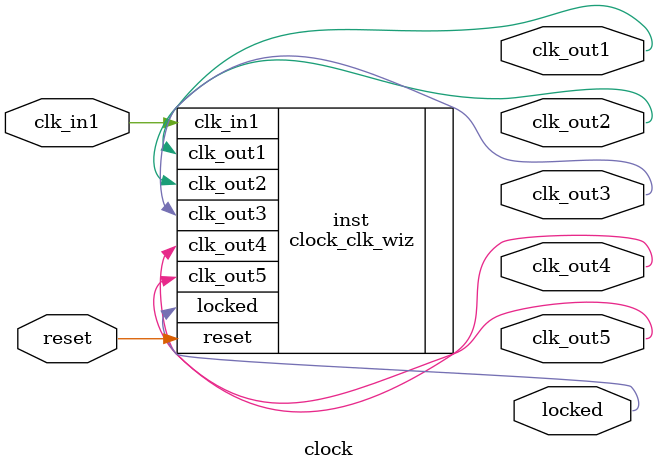
<source format=v>


`timescale 1ps/1ps

(* CORE_GENERATION_INFO = "clock,clk_wiz_v5_3_1,{component_name=clock,use_phase_alignment=true,use_min_o_jitter=false,use_max_i_jitter=false,use_dyn_phase_shift=false,use_inclk_switchover=false,use_dyn_reconfig=false,enable_axi=0,feedback_source=FDBK_AUTO,PRIMITIVE=MMCM,num_out_clk=5,clkin1_period=10.0,clkin2_period=10.0,use_power_down=false,use_reset=true,use_locked=true,use_inclk_stopped=false,feedback_type=SINGLE,CLOCK_MGR_TYPE=NA,manual_override=false}" *)

module clock 
 (
 // Clock in ports
  input         clk_in1,
  // Clock out ports
  output        clk_out1,
  output        clk_out2,
  output        clk_out3,
  output        clk_out4,
  output        clk_out5,
  // Status and control signals
  input         reset,
  output        locked
 );

  clock_clk_wiz inst
  (
 // Clock in ports
  .clk_in1(clk_in1),
  // Clock out ports  
  .clk_out1(clk_out1),
  .clk_out2(clk_out2),
  .clk_out3(clk_out3),
  .clk_out4(clk_out4),
  .clk_out5(clk_out5),
  // Status and control signals               
  .reset(reset), 
  .locked(locked)            
  );

endmodule

</source>
